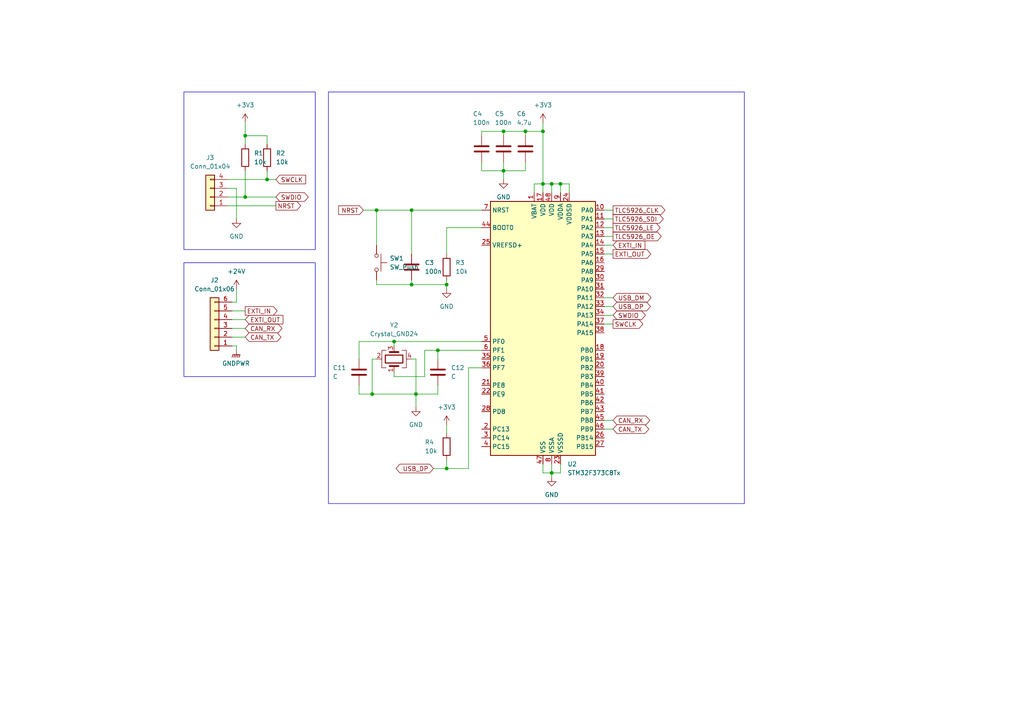
<source format=kicad_sch>
(kicad_sch (version 20230121) (generator eeschema)
  (paper "A4")
  (title_block (title "ledrunner") (date "2024-08-08") (rev "3"))
  (lib_symbols
    (symbol "Connector_Generic:Conn_01x04" (pin_names (offset 1.016) hide)
      (property "Reference" "J" (at 0 5.08 0))
      (property "Value" "Conn_01x04" (at 0 -7.62 0))
      (symbol "Conn_01x04_1_1"
        (rectangle (start -1.27 -4.953) (end 0 -5.207) (stroke (width 0.1524)))
        (rectangle (start -1.27 -2.413) (end 0 -2.667) (stroke (width 0.1524)))
        (rectangle (start -1.27 0.127) (end 0 -0.127) (stroke (width 0.1524)))
        (rectangle (start -1.27 2.667) (end 0 2.413) (stroke (width 0.1524)))
        (rectangle (start -1.27 3.81) (end 1.27 -6.35) (stroke (width 0.254)) (fill (type background)))
        (pin passive line (at -5.08 2.54 0) (length 3.81) (name "Pin_1") (number "1"))
        (pin passive line (at -5.08 0 0) (length 3.81) (name "Pin_2") (number "2"))
        (pin passive line (at -5.08 -2.54 0) (length 3.81) (name "Pin_3") (number "3"))
        (pin passive line (at -5.08 -5.08 0) (length 3.81) (name "Pin_4") (number "4"))
      )
    )
    (symbol "Connector_Generic:Conn_01x06" (pin_names (offset 1.016) hide)
      (property "Reference" "J" (at 0 7.62 0))
      (property "Value" "Conn_01x06" (at 0 -10.16 0))
      (symbol "Conn_01x06_1_1"
        (rectangle (start -1.27 -7.493) (end 0 -7.747) (stroke (width 0.1524)))
        (rectangle (start -1.27 -4.953) (end 0 -5.207) (stroke (width 0.1524)))
        (rectangle (start -1.27 -2.413) (end 0 -2.667) (stroke (width 0.1524)))
        (rectangle (start -1.27 0.127) (end 0 -0.127) (stroke (width 0.1524)))
        (rectangle (start -1.27 2.667) (end 0 2.413) (stroke (width 0.1524)))
        (rectangle (start -1.27 5.207) (end 0 4.953) (stroke (width 0.1524)))
        (rectangle (start -1.27 6.35) (end 1.27 -8.89) (stroke (width 0.254)) (fill (type background)))
        (pin passive line (at -5.08 5.08 0) (length 3.81) (name "Pin_1") (number "1"))
        (pin passive line (at -5.08 2.54 0) (length 3.81) (name "Pin_2") (number "2"))
        (pin passive line (at -5.08 0 0) (length 3.81) (name "Pin_3") (number "3"))
        (pin passive line (at -5.08 -2.54 0) (length 3.81) (name "Pin_4") (number "4"))
        (pin passive line (at -5.08 -5.08 0) (length 3.81) (name "Pin_5") (number "5"))
        (pin passive line (at -5.08 -7.62 0) (length 3.81) (name "Pin_6") (number "6"))
      )
    )
    (symbol "Device:C" (pin_numbers hide) (pin_names (offset 0.254))
      (property "Reference" "C" (at 0.635 2.54 0))
      (property "Value" "C" (at 0.635 -2.54 0))
      (symbol "C_0_1"
        (polyline (pts (xy -2.032 -0.762) (xy 2.032 -0.762)) (stroke (width 0.508)))
        (polyline (pts (xy -2.032 0.762) (xy 2.032 0.762)) (stroke (width 0.508)))
      )
      (symbol "C_1_1"
        (pin passive line (at 0 3.81 270) (length 2.794) (name "~") (number "1"))
        (pin passive line (at 0 -3.81 90) (length 2.794) (name "~") (number "2"))
      )
    )
    (symbol "Device:Crystal_GND24" (pin_names (offset 1.016) hide)
      (property "Reference" "Y" (at 3.175 5.08 0))
      (property "Value" "Crystal_GND24" (at 3.175 3.175 0))
      (symbol "Crystal_GND24_0_1"
        (rectangle (start -1.143 2.54) (end 1.143 -2.54) (stroke (width 0.3048)))
        (polyline (pts (xy -2.54 0) (xy -2.032 0)))
        (polyline (pts (xy -2.032 -1.27) (xy -2.032 1.27)) (stroke (width 0.508)))
        (polyline (pts (xy 0 -3.81) (xy 0 -3.556)))
        (polyline (pts (xy 0 3.556) (xy 0 3.81)))
        (polyline (pts (xy 2.032 -1.27) (xy 2.032 1.27)) (stroke (width 0.508)))
        (polyline (pts (xy 2.032 0) (xy 2.54 0)))
        (polyline (pts (xy -2.54 -2.286) (xy -2.54 -3.556) (xy 2.54 -3.556) (xy 2.54 -2.286)))
        (polyline (pts (xy -2.54 2.286) (xy -2.54 3.556) (xy 2.54 3.556) (xy 2.54 2.286)))
      )
      (symbol "Crystal_GND24_1_1"
        (pin passive line (at -3.81 0 0) (length 1.27) (name "1") (number "1"))
        (pin passive line (at 0 5.08 270) (length 1.27) (name "2") (number "2"))
        (pin passive line (at 3.81 0 180) (length 1.27) (name "3") (number "3"))
        (pin passive line (at 0 -5.08 90) (length 1.27) (name "4") (number "4"))
      )
    )
    (symbol "Device:R" (pin_numbers hide) (pin_names (offset 0))
      (property "Reference" "R" (at 2.032 0 90))
      (property "Value" "R" (at 0 0 90))
      (symbol "R_0_1"
        (rectangle (start -1.016 -2.54) (end 1.016 2.54) (stroke (width 0.254)))
      )
      (symbol "R_1_1"
        (pin passive line (at 0 3.81 270) (length 1.27) (name "~") (number "1"))
        (pin passive line (at 0 -3.81 90) (length 1.27) (name "~") (number "2"))
      )
    )
    (symbol "MCU_ST_STM32F3:STM32F373C8Tx"
      (property "Reference" "U" (at -15.24 36.83 0))
      (property "Value" "STM32F373C8Tx" (at 10.16 36.83 0))
      (symbol "STM32F373C8Tx_0_1"
        (rectangle (start -15.24 -38.1) (end 15.24 35.56) (stroke (width 0.254)) (fill (type background)))
      )
      (symbol "STM32F373C8Tx_1_1"
        (pin power_in line (at -2.54 38.1 270) (length 2.54) (name "VBAT") (number "1"))
        (pin bidirectional line (at 17.78 33.02 180) (length 2.54) (name "PA0") (number "10"))
        (pin bidirectional line (at 17.78 30.48 180) (length 2.54) (name "PA1") (number "11"))
        (pin bidirectional line (at 17.78 27.94 180) (length 2.54) (name "PA2") (number "12"))
        (pin bidirectional line (at 17.78 25.4 180) (length 2.54) (name "PA3") (number "13"))
        (pin bidirectional line (at 17.78 22.86 180) (length 2.54) (name "PA4") (number "14"))
        (pin bidirectional line (at 17.78 20.32 180) (length 2.54) (name "PA5") (number "15"))
        (pin bidirectional line (at 17.78 17.78 180) (length 2.54) (name "PA6") (number "16"))
        (pin power_in line (at 0 38.1 270) (length 2.54) (name "VDD") (number "17"))
        (pin bidirectional line (at 17.78 -7.62 180) (length 2.54) (name "PB0") (number "18"))
        (pin bidirectional line (at 17.78 -10.16 180) (length 2.54) (name "PB1") (number "19"))
        (pin bidirectional line (at -17.78 -30.48 0) (length 2.54) (name "PC13") (number "2"))
        (pin bidirectional line (at 17.78 -12.7 180) (length 2.54) (name "PB2") (number "20"))
        (pin bidirectional line (at -17.78 -17.78 0) (length 2.54) (name "PE8") (number "21"))
        (pin bidirectional line (at -17.78 -20.32 0) (length 2.54) (name "PE9") (number "22"))
        (pin power_in line (at 5.08 -40.64 90) (length 2.54) (name "VSSSD") (number "23"))
        (pin power_in line (at 7.62 38.1 270) (length 2.54) (name "VDDSD") (number "24"))
        (pin power_in line (at -17.78 22.86 0) (length 2.54) (name "VREFSD+") (number "25"))
        (pin bidirectional line (at 17.78 -33.02 180) (length 2.54) (name "PB14") (number "26"))
        (pin bidirectional line (at 17.78 -35.56 180) (length 2.54) (name "PB15") (number "27"))
        (pin bidirectional line (at -17.78 -25.4 0) (length 2.54) (name "PD8") (number "28"))
        (pin bidirectional line (at 17.78 15.24 180) (length 2.54) (name "PA8") (number "29"))
        (pin bidirectional line (at -17.78 -33.02 0) (length 2.54) (name "PC14") (number "3"))
        (pin bidirectional line (at 17.78 12.7 180) (length 2.54) (name "PA9") (number "30"))
        (pin bidirectional line (at 17.78 10.16 180) (length 2.54) (name "PA10") (number "31"))
        (pin bidirectional line (at 17.78 7.62 180) (length 2.54) (name "PA11") (number "32"))
        (pin bidirectional line (at 17.78 5.08 180) (length 2.54) (name "PA12") (number "33"))
        (pin bidirectional line (at 17.78 2.54 180) (length 2.54) (name "PA13") (number "34"))
        (pin bidirectional line (at -17.78 -10.16 0) (length 2.54) (name "PF6") (number "35"))
        (pin bidirectional line (at -17.78 -12.7 0) (length 2.54) (name "PF7") (number "36"))
        (pin bidirectional line (at 17.78 0 180) (length 2.54) (name "PA14") (number "37"))
        (pin bidirectional line (at 17.78 -2.54 180) (length 2.54) (name "PA15") (number "38"))
        (pin bidirectional line (at 17.78 -15.24 180) (length 2.54) (name "PB3") (number "39"))
        (pin bidirectional line (at -17.78 -35.56 0) (length 2.54) (name "PC15") (number "4"))
        (pin bidirectional line (at 17.78 -17.78 180) (length 2.54) (name "PB4") (number "40"))
        (pin bidirectional line (at 17.78 -20.32 180) (length 2.54) (name "PB5") (number "41"))
        (pin bidirectional line (at 17.78 -22.86 180) (length 2.54) (name "PB6") (number "42"))
        (pin bidirectional line (at 17.78 -25.4 180) (length 2.54) (name "PB7") (number "43"))
        (pin input line (at -17.78 27.94 0) (length 2.54) (name "BOOT0") (number "44"))
        (pin bidirectional line (at 17.78 -27.94 180) (length 2.54) (name "PB8") (number "45"))
        (pin bidirectional line (at 17.78 -30.48 180) (length 2.54) (name "PB9") (number "46"))
        (pin power_in line (at 0 -40.64 90) (length 2.54) (name "VSS") (number "47"))
        (pin power_in line (at 2.54 38.1 270) (length 2.54) (name "VDD") (number "48"))
        (pin input line (at -17.78 -5.08 0) (length 2.54) (name "PF0") (number "5"))
        (pin input line (at -17.78 -7.62 0) (length 2.54) (name "PF1") (number "6"))
        (pin input line (at -17.78 33.02 0) (length 2.54) (name "NRST") (number "7"))
        (pin power_in line (at 2.54 -40.64 90) (length 2.54) (name "VSSA") (number "8"))
        (pin power_in line (at 5.08 38.1 270) (length 2.54) (name "VDDA") (number "9"))
      )
    )
    (symbol "Switch:SW_Push" (pin_numbers hide) (pin_names (offset 1.016) hide)
      (property "Reference" "SW" (at 1.27 2.54 0))
      (property "Value" "SW_Push" (at 0 -1.524 0))
      (symbol "SW_Push_0_1"
        (circle (center -2.032 0) (radius 0.508))
        (polyline (pts (xy 0 1.27) (xy 0 3.048)))
        (polyline (pts (xy 2.54 1.27) (xy -2.54 1.27)))
        (circle (center 2.032 0) (radius 0.508))
        (pin passive line (at -5.08 0 0) (length 2.54) (name "1") (number "1"))
        (pin passive line (at 5.08 0 180) (length 2.54) (name "2") (number "2"))
      )
    )
    (symbol "power:+24V" (power) (pin_names (offset 0))
      (property "Value" "+24V" (at 0 3.556 0))
      (symbol "+24V_0_1"
        (polyline (pts (xy -0.762 1.27) (xy 0 2.54)))
        (polyline (pts (xy 0 0) (xy 0 2.54)))
        (polyline (pts (xy 0 2.54) (xy 0.762 1.27)))
      )
      (symbol "+24V_1_1"
        (pin power_in line (at 0 0 90) (length 0) hide (name "+24V") (number "1"))
      )
    )
    (symbol "power:+3.3V" (power) (pin_names (offset 0))
      (property "Value" "+3.3V" (at 0 3.556 0))
      (symbol "+3.3V_0_1"
        (polyline (pts (xy -0.762 1.27) (xy 0 2.54)))
        (polyline (pts (xy 0 0) (xy 0 2.54)))
        (polyline (pts (xy 0 2.54) (xy 0.762 1.27)))
      )
      (symbol "+3.3V_1_1"
        (pin power_in line (at 0 0 90) (length 0) hide (name "+3V3") (number "1"))
      )
    )
    (symbol "power:+3V3" (power) (pin_names (offset 0))
      (property "Value" "+3V3" (at 0 3.556 0))
      (symbol "+3V3_0_1"
        (polyline (pts (xy -0.762 1.27) (xy 0 2.54)))
        (polyline (pts (xy 0 0) (xy 0 2.54)))
        (polyline (pts (xy 0 2.54) (xy 0.762 1.27)))
      )
      (symbol "+3V3_1_1"
        (pin power_in line (at 0 0 90) (length 0) hide (name "+3V3") (number "1"))
      )
    )
    (symbol "power:GND" (power) (pin_names (offset 0))
      (property "Value" "GND" (at 0 -3.81 0))
      (symbol "GND_0_1"
        (polyline (pts (xy 0 0) (xy 0 -1.27) (xy 1.27 -1.27) (xy 0 -2.54) (xy -1.27 -1.27) (xy 0 -1.27)))
      )
      (symbol "GND_1_1"
        (pin power_in line (at 0 0 270) (length 0) hide (name "GND") (number "1"))
      )
    )
    (symbol "power:GNDPWR" (power) (pin_names (offset 0))
      (property "Value" "GNDPWR" (at 0 -3.302 0))
      (symbol "GNDPWR_0_1"
        (polyline (pts (xy 0 -1.27) (xy 0 0)))
        (polyline (pts (xy -1.016 -1.27) (xy -1.27 -2.032) (xy -1.27 -2.032)) (stroke (width 0.2032)))
        (polyline (pts (xy -0.508 -1.27) (xy -0.762 -2.032) (xy -0.762 -2.032)) (stroke (width 0.2032)))
        (polyline (pts (xy 0 -1.27) (xy -0.254 -2.032) (xy -0.254 -2.032)) (stroke (width 0.2032)))
        (polyline (pts (xy 0.508 -1.27) (xy 0.254 -2.032) (xy 0.254 -2.032)) (stroke (width 0.2032)))
        (polyline (pts (xy 1.016 -1.27) (xy -1.016 -1.27) (xy -1.016 -1.27)) (stroke (width 0.2032)))
        (polyline (pts (xy 1.016 -1.27) (xy 0.762 -2.032) (xy 0.762 -2.032) (xy 0.762 -2.032)) (stroke (width 0.2032)))
      )
      (symbol "GNDPWR_1_1"
        (pin power_in line (at 0 0 270) (length 0) hide (name "GNDPWR") (number "1"))
      )
    )
  )
  (junction (at 71.12 57.15))
  (junction (at 71.12 39.37))
  (junction (at 129.54 135.89))
  (junction (at 160.02 137.16))
  (junction (at 77.47 52.07))
  (junction (at 109.22 60.96))
  (junction (at 129.54 82.55))
  (junction (at 127 101.6))
  (junction (at 107.95 114.3))
  (junction (at 119.38 82.55))
  (junction (at 160.02 53.34))
  (junction (at 162.56 53.34))
  (junction (at 157.48 38.1))
  (junction (at 120.65 114.3))
  (junction (at 146.05 38.1))
  (junction (at 114.3 99.06))
  (junction (at 119.38 60.96))
  (junction (at 146.05 49.53))
  (junction (at 152.4 38.1))
  (junction (at 157.48 53.34))
  (wire (pts (xy 175.26 86.36) (xy 177.8 86.36)))
  (wire (pts (xy 146.05 38.1) (xy 139.7 38.1)))
  (wire (pts (xy 71.12 57.15) (xy 80.01 57.15)))
  (wire (pts (xy 157.48 35.56) (xy 157.48 38.1)))
  (wire (pts (xy 165.1 55.88) (xy 165.1 53.34)))
  (wire (pts (xy 154.94 53.34) (xy 157.48 53.34)))
  (wire (pts (xy 152.4 38.1) (xy 146.05 38.1)))
  (wire (pts (xy 107.95 104.14) (xy 109.22 104.14)))
  (wire (pts (xy 68.58 100.33) (xy 68.58 101.6)))
  (wire (pts (xy 109.22 60.96) (xy 119.38 60.96)))
  (wire (pts (xy 175.26 121.92) (xy 177.8 121.92)))
  (wire (pts (xy 160.02 137.16) (xy 157.48 137.16)))
  (wire (pts (xy 77.47 39.37) (xy 77.47 41.91)))
  (wire (pts (xy 109.22 81.28) (xy 109.22 82.55)))
  (wire (pts (xy 120.65 104.14) (xy 120.65 114.3)))
  (wire (pts (xy 129.54 133.35) (xy 129.54 135.89)))
  (wire (pts (xy 162.56 137.16) (xy 160.02 137.16)))
  (wire (pts (xy 129.54 135.89) (xy 135.89 135.89)))
  (wire (pts (xy 104.14 114.3) (xy 107.95 114.3)))
  (wire (pts (xy 146.05 49.53) (xy 146.05 52.07)))
  (wire (pts (xy 104.14 104.14) (xy 104.14 99.06)))
  (wire (pts (xy 66.04 52.07) (xy 77.47 52.07)))
  (wire (pts (xy 175.26 88.9) (xy 177.8 88.9)))
  (wire (pts (xy 175.26 91.44) (xy 177.8 91.44)))
  (wire (pts (xy 157.48 53.34) (xy 157.48 55.88)))
  (wire (pts (xy 162.56 53.34) (xy 160.02 53.34)))
  (wire (pts (xy 146.05 39.37) (xy 146.05 38.1)))
  (wire (pts (xy 175.26 68.58) (xy 177.8 68.58)))
  (wire (pts (xy 71.12 39.37) (xy 77.47 39.37)))
  (wire (pts (xy 139.7 46.99) (xy 139.7 49.53)))
  (wire (pts (xy 146.05 46.99) (xy 146.05 49.53)))
  (wire (pts (xy 125.73 135.89) (xy 129.54 135.89)))
  (wire (pts (xy 129.54 73.66) (xy 129.54 66.04)))
  (wire (pts (xy 109.22 82.55) (xy 119.38 82.55)))
  (wire (pts (xy 157.48 134.62) (xy 157.48 137.16)))
  (wire (pts (xy 105.41 60.96) (xy 109.22 60.96)))
  (wire (pts (xy 67.31 87.63) (xy 68.58 87.63)))
  (wire (pts (xy 77.47 49.53) (xy 77.47 52.07)))
  (wire (pts (xy 160.02 134.62) (xy 160.02 137.16)))
  (wire (pts (xy 175.26 63.5) (xy 177.8 63.5)))
  (wire (pts (xy 119.38 60.96) (xy 119.38 73.66)))
  (wire (pts (xy 139.7 49.53) (xy 146.05 49.53)))
  (wire (pts (xy 71.12 39.37) (xy 71.12 41.91)))
  (wire (pts (xy 152.4 39.37) (xy 152.4 38.1)))
  (wire (pts (xy 71.12 35.56) (xy 71.12 39.37)))
  (wire (pts (xy 123.19 109.22) (xy 114.3 109.22)))
  (wire (pts (xy 71.12 49.53) (xy 71.12 57.15)))
  (wire (pts (xy 119.38 81.28) (xy 119.38 82.55)))
  (wire (pts (xy 66.04 54.61) (xy 68.58 54.61)))
  (wire (pts (xy 114.3 99.06) (xy 139.7 99.06)))
  (wire (pts (xy 152.4 38.1) (xy 157.48 38.1)))
  (wire (pts (xy 120.65 114.3) (xy 127 114.3)))
  (wire (pts (xy 67.31 95.25) (xy 71.12 95.25)))
  (wire (pts (xy 68.58 54.61) (xy 68.58 63.5)))
  (wire (pts (xy 162.56 55.88) (xy 162.56 53.34)))
  (wire (pts (xy 67.31 90.17) (xy 71.12 90.17)))
  (wire (pts (xy 175.26 60.96) (xy 177.8 60.96)))
  (wire (pts (xy 104.14 99.06) (xy 114.3 99.06)))
  (wire (pts (xy 146.05 49.53) (xy 152.4 49.53)))
  (wire (pts (xy 154.94 53.34) (xy 154.94 55.88)))
  (wire (pts (xy 123.19 101.6) (xy 123.19 109.22)))
  (wire (pts (xy 129.54 66.04) (xy 139.7 66.04)))
  (wire (pts (xy 129.54 83.82) (xy 129.54 82.55)))
  (wire (pts (xy 135.89 135.89) (xy 135.89 106.68)))
  (wire (pts (xy 127 101.6) (xy 139.7 101.6)))
  (wire (pts (xy 109.22 60.96) (xy 109.22 71.12)))
  (wire (pts (xy 157.48 53.34) (xy 160.02 53.34)))
  (wire (pts (xy 127 114.3) (xy 127 111.76)))
  (wire (pts (xy 123.19 101.6) (xy 127 101.6)))
  (wire (pts (xy 175.26 93.98) (xy 177.8 93.98)))
  (wire (pts (xy 68.58 87.63) (xy 68.58 83.82)))
  (wire (pts (xy 129.54 82.55) (xy 129.54 81.28)))
  (wire (pts (xy 77.47 52.07) (xy 80.01 52.07)))
  (wire (pts (xy 107.95 114.3) (xy 107.95 104.14)))
  (wire (pts (xy 119.38 60.96) (xy 139.7 60.96)))
  (wire (pts (xy 66.04 59.69) (xy 80.01 59.69)))
  (wire (pts (xy 162.56 134.62) (xy 162.56 137.16)))
  (wire (pts (xy 175.26 71.12) (xy 177.8 71.12)))
  (wire (pts (xy 160.02 53.34) (xy 160.02 55.88)))
  (wire (pts (xy 114.3 100.33) (xy 114.3 99.06)))
  (wire (pts (xy 129.54 123.19) (xy 129.54 125.73)))
  (wire (pts (xy 119.38 82.55) (xy 129.54 82.55)))
  (wire (pts (xy 119.38 104.14) (xy 120.65 104.14)))
  (wire (pts (xy 114.3 109.22) (xy 114.3 107.95)))
  (wire (pts (xy 135.89 106.68) (xy 139.7 106.68)))
  (wire (pts (xy 120.65 114.3) (xy 120.65 118.11)))
  (wire (pts (xy 157.48 38.1) (xy 157.48 53.34)))
  (wire (pts (xy 139.7 39.37) (xy 139.7 38.1)))
  (wire (pts (xy 175.26 66.04) (xy 177.8 66.04)))
  (wire (pts (xy 152.4 46.99) (xy 152.4 49.53)))
  (wire (pts (xy 104.14 111.76) (xy 104.14 114.3)))
  (wire (pts (xy 120.65 114.3) (xy 107.95 114.3)))
  (wire (pts (xy 66.04 57.15) (xy 71.12 57.15)))
  (wire (pts (xy 67.31 100.33) (xy 68.58 100.33)))
  (wire (pts (xy 175.26 73.66) (xy 177.8 73.66)))
  (wire (pts (xy 175.26 124.46) (xy 177.8 124.46)))
  (wire (pts (xy 67.31 92.71) (xy 71.12 92.71)))
  (wire (pts (xy 165.1 53.34) (xy 162.56 53.34)))
  (wire (pts (xy 67.31 97.79) (xy 71.12 97.79)))
  (wire (pts (xy 160.02 137.16) (xy 160.02 138.43)))
  (wire (pts (xy 127 101.6) (xy 127 104.14)))
  (rectangle (start 53.34 26.67) (end 91.44 72.39))
  (rectangle (start 95.25 26.67) (end 215.9 146.05))
  (rectangle (start 53.34 76.2) (end 91.44 109.22))
  (text "pins required:\n4 -> led data\n2 -> usb\nxx -> minimum" (at -39.37 120.65 0) (effects (font (size 1.27 1.27)) (justify left bottom)))
  (text "TODO FIX\n- vdda+vddsd -> 3V3\n- vias almost touching lane\n- 1:1 swd !" (at -34.29 138.43 0) (effects (font (size 1.27 1.27)) (justify left bottom)))
  (global_label "TLC5926_OE" (shape output) (at 177.8 68.58 0) (property "Intersheetrefs" "${INTERSHEET_REFS}" (effects hide)))
  (global_label "NRST" (shape output) (at 80.01 59.69 0) (property "Intersheetrefs" "${INTERSHEET_REFS}" (effects hide)))
  (global_label "SWDIO" (shape bidirectional) (at 177.8 91.44 0) (property "Intersheetrefs" "${INTERSHEET_REFS}" (effects hide)))
  (global_label "EXTI_IN" (shape input) (at 177.8 71.12 0) (property "Intersheetrefs" "${INTERSHEET_REFS}" (effects hide)))
  (global_label "NRST" (shape input) (at 105.41 60.96 180) (property "Intersheetrefs" "${INTERSHEET_REFS}" (effects hide)))
  (global_label "CAN_RX" (shape bidirectional) (at 71.12 95.25 0) (property "Intersheetrefs" "${INTERSHEET_REFS}" (effects hide)))
  (global_label "TLC5926_CLK" (shape output) (at 177.8 60.96 0) (property "Intersheetrefs" "${INTERSHEET_REFS}" (effects hide)))
  (global_label "USB_DM" (shape bidirectional) (at 177.8 86.36 0) (property "Intersheetrefs" "${INTERSHEET_REFS}" (effects hide)))
  (global_label "EXTI_OUT" (shape input) (at 71.12 92.71 0) (property "Intersheetrefs" "${INTERSHEET_REFS}" (effects hide)))
  (global_label "CAN_TX" (shape bidirectional) (at 177.8 124.46 0) (property "Intersheetrefs" "${INTERSHEET_REFS}" (effects hide)))
  (global_label "SWCLK" (shape input) (at 80.01 52.07 0) (property "Intersheetrefs" "${INTERSHEET_REFS}" (effects hide)))
  (global_label "EXTI_IN" (shape output) (at 71.12 90.17 0) (property "Intersheetrefs" "${INTERSHEET_REFS}" (effects hide)))
  (global_label "CAN_TX" (shape bidirectional) (at 71.12 97.79 0) (property "Intersheetrefs" "${INTERSHEET_REFS}" (effects hide)))
  (global_label "CAN_RX" (shape bidirectional) (at 177.8 121.92 0) (property "Intersheetrefs" "${INTERSHEET_REFS}" (effects hide)))
  (global_label "TLC5926_SDI" (shape output) (at 177.8 63.5 0) (property "Intersheetrefs" "${INTERSHEET_REFS}" (effects hide)))
  (global_label "USB_DP" (shape bidirectional) (at 177.8 88.9 0) (property "Intersheetrefs" "${INTERSHEET_REFS}" (effects hide)))
  (global_label "USB_DP" (shape bidirectional) (at 125.73 135.89 180) (property "Intersheetrefs" "${INTERSHEET_REFS}" (effects hide)))
  (global_label "SWCLK" (shape output) (at 177.8 93.98 0) (property "Intersheetrefs" "${INTERSHEET_REFS}" (effects hide)))
  (global_label "TLC5926_LE" (shape output) (at 177.8 66.04 0) (property "Intersheetrefs" "${INTERSHEET_REFS}" (effects hide)))
  (global_label "EXTI_OUT" (shape output) (at 177.8 73.66 0) (property "Intersheetrefs" "${INTERSHEET_REFS}" (effects hide)))
  (global_label "SWDIO" (shape bidirectional) (at 80.01 57.15 0) (property "Intersheetrefs" "${INTERSHEET_REFS}" (effects hide)))
  (symbol (lib_id "Device:C") (at 127 107.95 0) (unit 1)
    (property "Reference" "C12" (at 130.81 106.6799 0) (effects (justify left)))
    (property "Value" "C" (at 130.81 109.2199 0) (effects (justify left)))
    (property "Footprint" "Capacitor_SMD:C_0603_1608Metric_Pad1.08x0.95mm_HandSolder" (effects hide))
  )
  (symbol (lib_id "power:GNDPWR") (at 68.58 101.6 0) (unit 1)
    (property "Reference" "#PWR028" (effects hide))
    (property "Value" "GNDPWR" (at 68.453 105.41 0))
  )
  (symbol (lib_id "power:+3.3V") (at 129.54 123.19 0) (unit 1)
    (property "Reference" "#PWR012" (effects hide))
    (property "Value" "+3.3V" (at 129.54 118.11 0))
  )
  (symbol (lib_id "Device:C") (at 119.38 77.47 0) (unit 1)
    (property "Reference" "C3" (at 123.19 76.1999 0) (effects (justify left)))
    (property "Value" "100n" (at 123.19 78.7399 0) (effects (justify left)))
    (property "Footprint" "Capacitor_SMD:C_0603_1608Metric_Pad1.08x0.95mm_HandSolder" (effects hide))
  )
  (symbol (lib_id "Device:C") (at 146.05 43.18 0) (unit 1)
    (property "Reference" "C5" (at 143.51 33.0199 0) (effects (justify left)))
    (property "Value" "100n" (at 143.51 35.5599 0) (effects (justify left)))
    (property "Footprint" "Capacitor_SMD:C_0603_1608Metric_Pad1.08x0.95mm_HandSolder" (effects hide))
  )
  (symbol (lib_id "Switch:SW_Push") (at 109.22 76.2 270) (unit 1)
    (property "Reference" "SW1" (at 113.03 74.9299 90) (effects (justify left)))
    (property "Value" "SW_Push" (at 113.03 77.4699 90) (effects (justify left)))
    (property "Footprint" "Button_Switch_SMD:SW_Push_1P1T_NO_6x6mm_H9.5mm" (effects hide))
    (property "Datasheet" "https://www.digikey.ch/de/products/detail/panasonic-electronic-components/EVQ-Q2P02W/762898" (effects hide))
  )
  (symbol (lib_id "power:+3V3") (at 71.12 35.56 0) (unit 1)
    (property "Reference" "#PWR06" (effects hide))
    (property "Value" "+3V3" (at 71.12 30.48 0))
  )
  (symbol (lib_id "Connector_Generic:Conn_01x04") (at 60.96 57.15 180) (unit 1)
    (property "Reference" "J3" (at 60.96 45.72 0))
    (property "Value" "Conn_01x04" (at 60.96 48.26 0))
    (property "Footprint" "Connector_PinHeader_2.54mm:PinHeader_1x04_P2.54mm_Horizontal" (effects hide))
  )
  (symbol (lib_id "power:GND") (at 160.02 138.43 0) (unit 1)
    (property "Reference" "#PWR010" (effects hide))
    (property "Value" "GND" (at 160.02 143.51 0))
  )
  (symbol (lib_id "power:GND") (at 68.58 63.5 0) (unit 1)
    (property "Reference" "#PWR07" (effects hide))
    (property "Value" "GND" (at 68.58 68.58 0))
  )
  (symbol (lib_id "Device:C") (at 152.4 43.18 0) (unit 1)
    (property "Reference" "C6" (at 149.86 33.0199 0) (effects (justify left)))
    (property "Value" "4.7u" (at 149.86 35.5599 0) (effects (justify left)))
    (property "Footprint" "Capacitor_SMD:C_0603_1608Metric_Pad1.08x0.95mm_HandSolder" (effects hide))
  )
  (symbol (lib_id "Device:R") (at 77.47 45.72 0) (unit 1)
    (property "Reference" "R2" (at 80.01 44.4499 0) (effects (justify left)))
    (property "Value" "10k" (at 80.01 46.9899 0) (effects (justify left)))
    (property "Footprint" "Resistor_SMD:R_0603_1608Metric_Pad0.98x0.95mm_HandSolder" (effects hide))
  )
  (symbol (lib_id "power:+3.3V") (at 157.48 35.56 0) (unit 1)
    (property "Reference" "#PWR09" (effects hide))
    (property "Value" "+3.3V" (at 157.48 30.48 0))
  )
  (symbol (lib_id "MCU_ST_STM32F3:STM32F373C8Tx") (at 157.48 93.98 0) (unit 1)
    (property "Reference" "U2" (at 164.5794 134.62 0) (effects (justify left)))
    (property "Value" "STM32F373C8Tx" (at 164.5794 137.16 0) (effects (justify left)))
    (property "Footprint" "Package_QFP:LQFP-48_7x7mm_P0.5mm" (effects hide))
    (property "Datasheet" "http://www.st.com/st-web-ui/static/active/en/resource/technical/document/datasheet/DM00046749.pdf" (effects hide))
  )
  (symbol (lib_id "Device:R") (at 129.54 77.47 0) (unit 1)
    (property "Reference" "R3" (at 132.08 76.1999 0) (effects (justify left)))
    (property "Value" "10k" (at 132.08 78.7399 0) (effects (justify left)))
    (property "Footprint" "Resistor_SMD:R_0603_1608Metric_Pad0.98x0.95mm_HandSolder" (effects hide))
  )
  (symbol (lib_id "power:+24V") (at 68.58 83.82 0) (unit 1)
    (property "Reference" "#PWR019" (effects hide))
    (property "Value" "+24V" (at 68.58 78.74 0))
  )
  (symbol (lib_id "Device:R") (at 129.54 129.54 0) (unit 1)
    (property "Reference" "R4" (at 123.19 128.2699 0) (effects (justify left)))
    (property "Value" "10k" (at 123.19 130.8099 0) (effects (justify left)))
    (property "Footprint" "Resistor_SMD:R_0603_1608Metric_Pad0.98x0.95mm_HandSolder" (effects hide))
  )
  (symbol (lib_id "Device:C") (at 139.7 43.18 0) (unit 1)
    (property "Reference" "C4" (at 137.16 33.0199 0) (effects (justify left)))
    (property "Value" "100n" (at 137.16 35.5599 0) (effects (justify left)))
    (property "Footprint" "Capacitor_SMD:C_0603_1608Metric_Pad1.08x0.95mm_HandSolder" (effects hide))
  )
  (symbol (lib_id "Connector_Generic:Conn_01x06") (at 62.23 95.25 180) (unit 1)
    (property "Reference" "J2" (at 62.23 81.28 0))
    (property "Value" "Conn_01x06" (at 62.23 83.82 0))
    (property "Footprint" "Connector_PinHeader_2.54mm:PinHeader_1x06_P2.54mm_Horizontal" (effects hide))
  )
  (symbol (lib_id "power:GND") (at 146.05 52.07 0) (unit 1)
    (property "Reference" "#PWR011" (effects hide))
    (property "Value" "GND" (at 146.05 57.15 0))
  )
  (symbol (lib_id "Device:C") (at 104.14 107.95 0) (unit 1)
    (property "Reference" "C11" (at 96.52 106.6799 0) (effects (justify left)))
    (property "Value" "C" (at 96.52 109.2199 0) (effects (justify left)))
    (property "Footprint" "Capacitor_SMD:C_0603_1608Metric_Pad1.08x0.95mm_HandSolder" (effects hide))
  )
  (symbol (lib_id "power:GND") (at 129.54 83.82 0) (unit 1)
    (property "Reference" "#PWR08" (effects hide))
    (property "Value" "GND" (at 129.54 88.9 0))
  )
  (symbol (lib_id "power:GND") (at 120.65 118.11 0) (unit 1)
    (property "Reference" "#PWR018" (effects hide))
    (property "Value" "GND" (at 120.65 123.19 0))
  )
  (symbol (lib_id "Device:Crystal_GND24") (at 114.3 104.14 90) (unit 1)
    (property "Reference" "Y2" (at 114.3 94.3041 90))
    (property "Value" "Crystal_GND24" (at 114.3 96.8441 90))
    (property "Footprint" "Crystal:Crystal_SMD_3225-4Pin_3.2x2.5mm" (effects hide))
    (property "Datasheet" "https://www.jauch.com/downloadfile/57ce74843affc_0f125c609b2336255010/jxs32-180914.pdf" (effects hide))
  )
  (symbol (lib_id "Device:R") (at 71.12 45.72 0) (unit 1)
    (property "Reference" "R1" (at 73.66 44.4499 0) (effects (justify left)))
    (property "Value" "10k" (at 73.66 46.9899 0) (effects (justify left)))
    (property "Footprint" "Resistor_SMD:R_0603_1608Metric_Pad0.98x0.95mm_HandSolder" (effects hide))
  )
)
</source>
